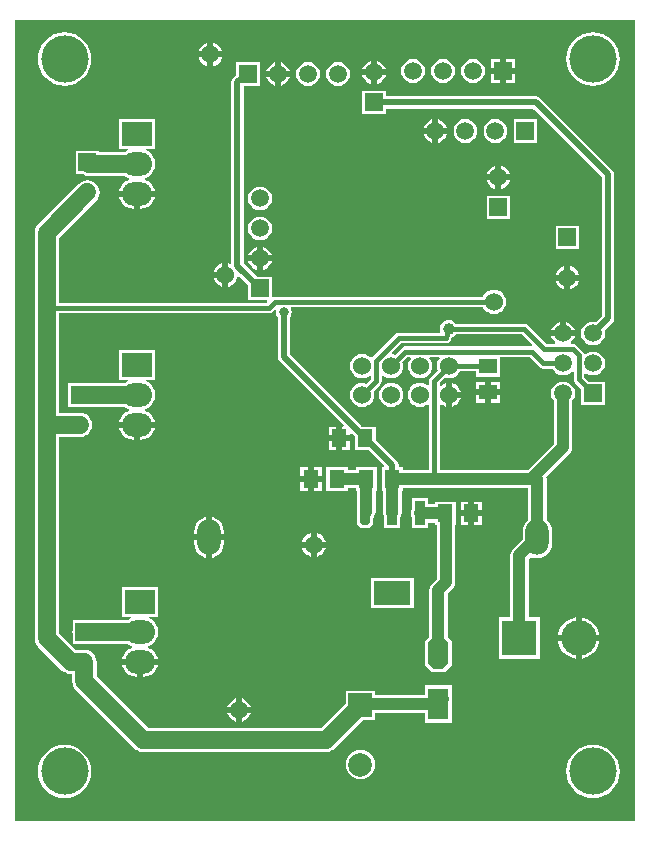
<source format=gbl>
%FSTAX24Y24*%
%MOIN*%
%SFA1B1*%

%IPPOS*%
%AMD35*
4,1,8,0.008200,0.040000,-0.008200,0.040000,-0.016500,0.031700,-0.016500,-0.031700,-0.008200,-0.040000,0.008200,-0.040000,0.016500,-0.031700,0.016500,0.031700,0.008200,0.040000,0.0*
%
%AMD38*
4,1,8,-0.034400,0.034900,-0.034400,-0.034900,-0.017200,-0.052200,0.017200,-0.052200,0.034400,-0.034900,0.034400,0.034900,0.017200,0.052200,-0.017200,0.052200,-0.034400,0.034900,0.0*
%
%ADD10R,0.059055X0.051181*%
%ADD14R,0.051181X0.059055*%
%ADD17C,0.015000*%
%ADD18C,0.020000*%
%ADD19C,0.040000*%
%ADD20C,0.060000*%
%ADD21R,0.059055X0.059055*%
%ADD22C,0.059055*%
%ADD23C,0.031496*%
%ADD24C,0.039370*%
%ADD25O,0.100000X0.078740*%
%ADD26R,0.100000X0.078740*%
%ADD27R,0.059055X0.059055*%
%ADD28O,0.078740X0.118110*%
%ADD29R,0.078740X0.078740*%
%ADD30C,0.078740*%
%ADD31C,0.118110*%
%ADD32R,0.118110X0.118110*%
%ADD33C,0.157480*%
%ADD34R,0.122000X0.080000*%
G04~CAMADD=35~4~0.0~0.0~330.0~800.0~0.0~82.5~0~0.0~0.0~0.0~0.0~0~0.0~0.0~0.0~0.0~0~0.0~0.0~0.0~0.0~330.0~800.0*
%ADD35D35*%
%ADD36R,0.033000X0.080000*%
%ADD37R,0.068898X0.104330*%
G04~CAMADD=38~4~0.0~0.0~1043.3~689.0~0.0~172.2~0~0.0~0.0~0.0~0.0~0~0.0~0.0~0.0~0.0~0~0.0~0.0~0.0~90.0~688.0~1044.0*
%ADD38D38*%
%ADD39C,0.060000*%
%LNpcb-1*%
%LPD*%
G36*
X04185Y01805D02*
X0212D01*
Y04475*
X04185*
Y01805*
G37*
%LNpcb-2*%
%LPC*%
G36*
X0278Y04399D02*
Y0437D01*
X02809*
X028089Y043704*
X028049Y043801*
X027985Y043885*
X027901Y043949*
X027804Y043989*
X0278Y04399*
G37*
G36*
X0276D02*
X027595Y043989D01*
X027498Y043949*
X027414Y043885*
X02735Y043801*
X02731Y043704*
X027309Y0437*
X0276*
Y04399*
G37*
G36*
X02809Y0435D02*
X0278D01*
Y043209*
X027804Y04321*
X027901Y04325*
X027985Y043314*
X028049Y043398*
X028089Y043495*
X02809Y0435*
G37*
G36*
X0276D02*
X027309D01*
X02731Y043495*
X02735Y043398*
X027414Y043314*
X027498Y04325*
X027595Y04321*
X0276Y043209*
Y0435*
G37*
G36*
X037845Y043445D02*
X03755D01*
Y04315*
X037845*
Y043445*
G37*
G36*
X03735D02*
X037054D01*
Y04315*
X03735*
Y043445*
G37*
G36*
X03325Y043385D02*
Y0431D01*
X033535*
X033535Y043103*
X033495Y043199*
X033431Y043281*
X033349Y043345*
X033253Y043385*
X03325Y043385*
G37*
G36*
X03305D02*
X033046Y043385D01*
X03295Y043345*
X032868Y043281*
X032804Y043199*
X032764Y043103*
X032764Y0431*
X03305*
Y043385*
G37*
G36*
X03005Y043335D02*
Y04305D01*
X030335*
X030335Y043053*
X030295Y043149*
X030231Y043231*
X030149Y043295*
X030053Y043335*
X03005Y043335*
G37*
G36*
X02985D02*
X029846Y043335D01*
X02975Y043295*
X029668Y043231*
X029604Y043149*
X029564Y043053*
X029564Y04305*
X02985*
Y043335*
G37*
G36*
X037845Y04295D02*
X03755D01*
Y042654*
X037845*
Y04295*
G37*
G36*
X03735D02*
X037054D01*
Y042654*
X03735*
Y04295*
G37*
G36*
X03645Y043448D02*
X036346Y043435D01*
X03625Y043395*
X036168Y043331*
X036104Y043249*
X036064Y043153*
X036051Y04305*
X036064Y042946*
X036104Y04285*
X036168Y042768*
X03625Y042704*
X036346Y042664*
X03645Y042651*
X036553Y042664*
X036649Y042704*
X036731Y042768*
X036795Y04285*
X036835Y042946*
X036848Y04305*
X036835Y043153*
X036795Y043249*
X036731Y043331*
X036649Y043395*
X036553Y043435*
X03645Y043448*
G37*
G36*
X03545D02*
X035346Y043435D01*
X03525Y043395*
X035168Y043331*
X035104Y043249*
X035064Y043153*
X035051Y04305*
X035064Y042946*
X035104Y04285*
X035168Y042768*
X03525Y042704*
X035346Y042664*
X03545Y042651*
X035553Y042664*
X035649Y042704*
X035731Y042768*
X035795Y04285*
X035835Y042946*
X035848Y04305*
X035835Y043153*
X035795Y043249*
X035731Y043331*
X035649Y043395*
X035553Y043435*
X03545Y043448*
G37*
G36*
X03445D02*
X034346Y043435D01*
X03425Y043395*
X034168Y043331*
X034104Y043249*
X034064Y043153*
X034051Y04305*
X034064Y042946*
X034104Y04285*
X034168Y042768*
X03425Y042704*
X034346Y042664*
X03445Y042651*
X034553Y042664*
X034649Y042704*
X034731Y042768*
X034795Y04285*
X034835Y042946*
X034848Y04305*
X034835Y043153*
X034795Y043249*
X034731Y043331*
X034649Y043395*
X034553Y043435*
X03445Y043448*
G37*
G36*
X033535Y0429D02*
X03325D01*
Y042614*
X033253Y042614*
X033349Y042654*
X033431Y042718*
X033495Y0428*
X033535Y042896*
X033535Y0429*
G37*
G36*
X03305D02*
X032764D01*
X032764Y042896*
X032804Y0428*
X032868Y042718*
X03295Y042654*
X033046Y042614*
X03305Y042614*
Y0429*
G37*
G36*
X030335Y04285D02*
X03005D01*
Y042564*
X030053Y042564*
X030149Y042604*
X030231Y042668*
X030295Y04275*
X030335Y042846*
X030335Y04285*
G37*
G36*
X02985D02*
X029564D01*
X029564Y042846*
X029604Y04275*
X029668Y042668*
X02975Y042604*
X029846Y042564*
X02985Y042564*
Y04285*
G37*
G36*
X04045Y044341D02*
X040276Y044324D01*
X040108Y044273*
X039954Y044191*
X039819Y04408*
X039708Y043945*
X039626Y043791*
X039575Y043623*
X039558Y04345*
X039575Y043276*
X039626Y043108*
X039708Y042954*
X039819Y042819*
X039954Y042708*
X040108Y042626*
X040276Y042575*
X04045Y042558*
X040623Y042575*
X040791Y042626*
X040945Y042708*
X04108Y042819*
X041191Y042954*
X041273Y043108*
X041324Y043276*
X041341Y04345*
X041324Y043623*
X041273Y043791*
X041191Y043945*
X04108Y04408*
X040945Y044191*
X040791Y044273*
X040623Y044324*
X04045Y044341*
G37*
G36*
X022834D02*
X02266Y044324D01*
X022493Y044273*
X022339Y044191*
X022204Y04408*
X022093Y043945*
X02201Y043791*
X02196Y043623*
X021942Y04345*
X02196Y043276*
X02201Y043108*
X022093Y042954*
X022204Y042819*
X022339Y042708*
X022493Y042626*
X02266Y042575*
X022834Y042558*
X023008Y042575*
X023175Y042626*
X02333Y042708*
X023465Y042819*
X023576Y042954*
X023658Y043108*
X023709Y043276*
X023726Y04345*
X023709Y043623*
X023658Y043791*
X023576Y043945*
X023465Y04408*
X02333Y044191*
X023175Y044273*
X023008Y044324*
X022834Y044341*
G37*
G36*
X03195Y043348D02*
X031846Y043335D01*
X03175Y043295*
X031668Y043231*
X031604Y043149*
X031564Y043053*
X031551Y04295*
X031564Y042846*
X031604Y04275*
X031668Y042668*
X03175Y042604*
X031846Y042564*
X03195Y042551*
X032053Y042564*
X032149Y042604*
X032231Y042668*
X032295Y04275*
X032335Y042846*
X032348Y04295*
X032335Y043053*
X032295Y043149*
X032231Y043231*
X032149Y043295*
X032053Y043335*
X03195Y043348*
G37*
G36*
X03095D02*
X030846Y043335D01*
X03075Y043295*
X030668Y043231*
X030604Y043149*
X030564Y043053*
X030551Y04295*
X030564Y042846*
X030604Y04275*
X030668Y042668*
X03075Y042604*
X030846Y042564*
X03095Y042551*
X031053Y042564*
X031149Y042604*
X031231Y042668*
X031295Y04275*
X031335Y042846*
X031348Y04295*
X031335Y043053*
X031295Y043149*
X031231Y043231*
X031149Y043295*
X031053Y043335*
X03095Y043348*
G37*
G36*
X0353Y041435D02*
Y04115D01*
X035585*
X035585Y041153*
X035545Y041249*
X035481Y041331*
X035399Y041395*
X035303Y041435*
X0353Y041435*
G37*
G36*
X0351D02*
X035096Y041435D01*
X035Y041395*
X034918Y041331*
X034854Y041249*
X034814Y041153*
X034814Y04115*
X0351*
Y041435*
G37*
G36*
X035585Y04095D02*
X0353D01*
Y040664*
X035303Y040664*
X035399Y040704*
X035481Y040768*
X035545Y04085*
X035585Y040946*
X035585Y04095*
G37*
G36*
X0351D02*
X034814D01*
X034814Y040946*
X034854Y04085*
X034918Y040768*
X035Y040704*
X035096Y040664*
X0351Y040664*
Y04095*
G37*
G36*
X038595Y041445D02*
X037804D01*
Y040654*
X038595*
Y041445*
G37*
G36*
X0372Y041448D02*
X037096Y041435D01*
X037Y041395*
X036918Y041331*
X036854Y041249*
X036814Y041153*
X036801Y04105*
X036814Y040946*
X036854Y04085*
X036918Y040768*
X037Y040704*
X037096Y040664*
X0372Y040651*
X037303Y040664*
X037399Y040704*
X037481Y040768*
X037545Y04085*
X037585Y040946*
X037598Y04105*
X037585Y041153*
X037545Y041249*
X037481Y041331*
X037399Y041395*
X037303Y041435*
X0372Y041448*
G37*
G36*
X0362D02*
X036096Y041435D01*
X036Y041395*
X035918Y041331*
X035854Y041249*
X035814Y041153*
X035801Y04105*
X035814Y040946*
X035854Y04085*
X035918Y040768*
X036Y040704*
X036096Y040664*
X0362Y040651*
X036303Y040664*
X036399Y040704*
X036481Y040768*
X036545Y04085*
X036585Y040946*
X036598Y04105*
X036585Y041153*
X036545Y041249*
X036481Y041331*
X036399Y041395*
X036303Y041435*
X0362Y041448*
G37*
G36*
X02585Y041443D02*
X02465D01*
Y040456*
X024945*
X024955Y040406*
X024894Y040381*
X024858Y040353*
X023995*
Y040395*
X023204*
Y039604*
X023442*
X023448Y0396*
X023545Y03956*
X02365Y039546*
X024858*
X024894Y039518*
X024995Y039477*
Y039422*
X024894Y039381*
X024791Y039302*
X024712Y039198*
X024662Y039078*
X024658Y03905*
X02525*
X025841*
X025837Y039078*
X025787Y039198*
X025708Y039302*
X025605Y039381*
X025504Y039422*
Y039477*
X025605Y039518*
X025708Y039597*
X025787Y039701*
X025837Y039821*
X025854Y03995*
X025837Y040078*
X025787Y040198*
X025708Y040302*
X025605Y040381*
X025544Y040406*
X025554Y040456*
X02585*
Y041443*
G37*
G36*
X0374Y039885D02*
Y0396D01*
X037685*
X037685Y039603*
X037645Y039699*
X037581Y039781*
X037499Y039845*
X037403Y039885*
X0374Y039885*
G37*
G36*
X0372D02*
X037196Y039885D01*
X0371Y039845*
X037018Y039781*
X036954Y039699*
X036914Y039603*
X036914Y0396*
X0372*
Y039885*
G37*
G36*
X037685Y0394D02*
X0374D01*
Y039114*
X037403Y039114*
X037499Y039154*
X037581Y039218*
X037645Y0393*
X037685Y039396*
X037685Y0394*
G37*
G36*
X0372D02*
X036914D01*
X036914Y039396*
X036954Y0393*
X037018Y039218*
X0371Y039154*
X037196Y039114*
X0372Y039114*
Y0394*
G37*
G36*
X025841Y03885D02*
X02535D01*
Y038452*
X025356*
X025485Y038469*
X025605Y038518*
X025708Y038597*
X025787Y038701*
X025837Y038821*
X025841Y03885*
G37*
G36*
X02515D02*
X024658D01*
X024662Y038821*
X024712Y038701*
X024791Y038597*
X024894Y038518*
X025014Y038469*
X025143Y038452*
X02515*
Y03885*
G37*
G36*
X02935Y039198D02*
X029246Y039185D01*
X02915Y039145*
X029068Y039081*
X029004Y038999*
X028964Y038903*
X028951Y0388*
X028964Y038696*
X029004Y0386*
X029068Y038518*
X02915Y038454*
X029246Y038414*
X02935Y038401*
X029453Y038414*
X029549Y038454*
X029631Y038518*
X029695Y0386*
X029735Y038696*
X029748Y0388*
X029735Y038903*
X029695Y038999*
X029631Y039081*
X029549Y039145*
X029453Y039185*
X02935Y039198*
G37*
G36*
X037695Y038895D02*
X036904D01*
Y038104*
X037695*
Y038895*
G37*
G36*
X02935Y038198D02*
X029246Y038185D01*
X02915Y038145*
X029068Y038081*
X029004Y037999*
X028964Y037903*
X028951Y0378*
X028964Y037696*
X029004Y0376*
X029068Y037518*
X02915Y037454*
X029246Y037414*
X02935Y037401*
X029453Y037414*
X029549Y037454*
X029631Y037518*
X029695Y0376*
X029735Y037696*
X029748Y0378*
X029735Y037903*
X029695Y037999*
X029631Y038081*
X029549Y038145*
X029453Y038185*
X02935Y038198*
G37*
G36*
X039995Y037895D02*
X039204D01*
Y037104*
X039995*
Y037895*
G37*
G36*
X02945Y037185D02*
Y0369D01*
X029735*
X029735Y036903*
X029695Y036999*
X029631Y037081*
X029549Y037145*
X029453Y037185*
X02945Y037185*
G37*
G36*
X02925D02*
X029246Y037185D01*
X02915Y037145*
X029068Y037081*
X029004Y036999*
X028964Y036903*
X028964Y0369*
X02925*
Y037185*
G37*
G36*
X029345Y043345D02*
X028554D01*
Y042913*
X028455Y042814*
X028411Y042748*
X028396Y04267*
Y036646*
X028354Y036618*
X028304Y036639*
X0283Y03664*
Y03625*
Y035859*
X028304Y03586*
X028401Y0359*
X028485Y035964*
X028549Y036048*
X028589Y036145*
X028596Y036194*
X028648Y036212*
X028954Y035906*
Y035404*
X029574*
X029594Y035357*
X02957Y035328*
X022653*
Y037482*
X023885Y038714*
X023949Y038798*
X023989Y038895*
X024003Y039*
X023989Y039104*
X023949Y039201*
X023885Y039285*
X023801Y039349*
X023704Y039389*
X0236Y039403*
X023495Y039389*
X023398Y039349*
X023314Y039285*
X021964Y037935*
X0219Y037851*
X02186Y037754*
X021846Y03765*
Y02415*
X02186Y024045*
X0219Y023948*
X021964Y023864*
X022764Y023064*
X022848Y023*
X022945Y02296*
X02305Y022946*
X023096Y022941*
Y0227*
X02311Y022595*
X02315Y022498*
X023214Y022414*
X025164Y020464*
X025248Y0204*
X025345Y02036*
X02545Y020346*
X03155*
X031654Y02036*
X031751Y0204*
X031835Y020464*
X032776Y021406*
X033193*
Y021647*
X034855*
Y021328*
X035744*
Y022038*
X035752Y0221*
X035744Y022161*
Y022571*
X034855*
Y022252*
X033193*
Y022393*
X032206*
Y021976*
X031382Y021153*
X025617*
X023903Y022867*
Y02335*
X023889Y023454*
X023849Y023551*
X023785Y023635*
X023701Y023699*
X023604Y023739*
X0235Y023753*
X023217*
X022653Y024317*
Y030846*
X02335*
X023454Y03086*
X023551Y0309*
X023635Y030964*
X023699Y031048*
X023739Y031145*
X023753Y03125*
X023739Y031354*
X023699Y031451*
X023635Y031535*
X023551Y031599*
X023454Y031639*
X02335Y031653*
X022653*
Y034971*
X02965*
X029718Y034985*
X029776Y035023*
X029863Y03511*
X029905Y035082*
X029899Y035067*
X02989Y035*
X029899Y034932*
X029925Y03487*
X029946Y034842*
Y033516*
X029961Y033438*
X030005Y033371*
X032136Y031241*
X032117Y031195*
X0321*
Y0309*
X032355*
Y030956*
X032402Y030975*
X03251Y030867*
Y030404*
X032973*
X033486Y029891*
X033467Y029845*
X03341*
Y029054*
X033463*
Y028306*
X033473Y028227*
X033495Y028176*
Y0278*
X034025*
Y02815*
X034028Y028154*
X034058Y028227*
X034068Y028306*
Y029054*
X034122*
Y029147*
X038297*
Y028086*
X038247Y028048*
X038168Y027945*
X038119Y027825*
X038102Y027696*
Y027429*
X037786Y027113*
X037737Y027051*
X037707Y026978*
X037697Y0269*
Y02484*
X037309*
Y023459*
X03869*
Y02484*
X038302*
Y026774*
X038385Y026857*
X038471Y026822*
X0386Y026805*
X038728Y026822*
X038848Y026871*
X038952Y026951*
X039031Y027054*
X03908Y027174*
X039097Y027303*
Y027696*
X03908Y027825*
X039031Y027945*
X038952Y028048*
X038902Y028086*
Y02945*
X038893Y029515*
X039663Y030286*
X039712Y030348*
X039742Y030421*
X039752Y0305*
Y032045*
X039795Y0321*
X039835Y032196*
X039848Y0323*
X039835Y032403*
X039795Y032499*
X039731Y032581*
X039649Y032645*
X039553Y032685*
X03945Y032698*
X039346Y032685*
X03925Y032645*
X039168Y032581*
X039104Y032499*
X039064Y032403*
X039051Y0323*
X039064Y032196*
X039104Y0321*
X039147Y032045*
Y030625*
X038274Y029752*
X035338*
Y031921*
X035388Y031946*
X035448Y0319*
X035545Y03186*
X03555Y031859*
Y03225*
Y03264*
X035545Y032639*
X035448Y032599*
X035388Y032553*
X035338Y032578*
Y032651*
X035522Y032834*
X035545Y032824*
X03565Y032811*
X035754Y032824*
X035851Y032865*
X035935Y032929*
X035999Y033012*
X036009Y033036*
X036554*
Y032844*
X037345*
Y033511*
X038336*
X038673Y033173*
X038731Y033135*
X0388Y033121*
X039096*
X039104Y0331*
X039168Y033018*
X03925Y032954*
X039346Y032914*
X03945Y032901*
X039553Y032914*
X039649Y032954*
X039731Y033018*
X039751Y033043*
X039801Y033026*
Y03277*
X039814Y032702*
X039853Y032644*
X040054Y032442*
Y031904*
X040845*
Y032695*
X040307*
X040158Y032844*
Y032962*
X040208Y032987*
X04025Y032954*
X040346Y032914*
X04045Y032901*
X040553Y032914*
X040649Y032954*
X040731Y033018*
X040795Y0331*
X040835Y033196*
X040848Y0333*
X040835Y033403*
X040795Y033499*
X040731Y033581*
X040649Y033645*
X040553Y033685*
X04045Y033698*
X040346Y033685*
X04025Y033645*
X040201Y033607*
X040146Y033628*
X040144Y033638*
X040105Y033696*
X039905Y033896*
X039847Y033935*
X039779Y033948*
X039723*
X039706Y033998*
X039731Y034018*
X039795Y0341*
X039835Y034196*
X039835Y0342*
X03945*
X039064*
X039064Y034196*
X039104Y0341*
X039168Y034018*
X039193Y033998*
X039176Y033948*
X038903*
X038276Y034576*
X038218Y034614*
X03815Y034628*
X035887*
X035861Y034661*
X035799Y034709*
X035727Y034739*
X03565Y034749*
X035572Y034739*
X0355Y034709*
X035438Y034661*
X03539Y034599*
X03536Y034527*
X03535Y03445*
X03536Y034378*
X035355Y03436*
X035334Y034328*
X033984*
X033984*
X033916Y034314*
X033858Y034276*
X033105Y033522*
X03309Y033501*
X033074Y0335*
X033033Y033505*
X032958Y033563*
X03286Y033604*
X032756Y033618*
X032651Y033604*
X032554Y033563*
X032471Y033499*
X032406Y033416*
X032366Y033318*
X032352Y033214*
X032366Y03311*
X032406Y033012*
X032471Y032929*
X032554Y032865*
X032651Y032824*
X032756Y032811*
X03286Y032824*
X032958Y032865*
X033002Y032899*
X033052Y032874*
Y032798*
X032884Y03263*
X03286Y032639*
X032756Y032653*
X032651Y032639*
X032554Y032599*
X032471Y032535*
X032406Y032451*
X032366Y032354*
X032352Y03225*
X032366Y032145*
X032406Y032048*
X032471Y031964*
X032554Y0319*
X032651Y03186*
X032756Y031846*
X03286Y03186*
X032958Y0319*
X033041Y031964*
X033105Y032048*
X033145Y032145*
X033159Y03225*
X033145Y032354*
X033136Y032377*
X033357Y032598*
X033396Y032656*
X033409Y032725*
Y032886*
X033459Y03291*
X033519Y032865*
X033616Y032824*
X03372Y032811*
X033825Y032824*
X033922Y032865*
X034006Y032929*
X03407Y033012*
X03411Y03311*
X034124Y033214*
X03411Y033318*
X0341Y033342*
X034269Y033511*
X034345*
X03437Y033461*
X034336Y033416*
X034295Y033318*
X034281Y033214*
X034295Y03311*
X034336Y033012*
X0344Y032929*
X034483Y032865*
X034581Y032824*
X034685Y032811*
X034789Y032824*
X034887Y032865*
X03497Y032929*
X035034Y033012*
X035075Y03311*
X035088Y033214*
X035075Y033318*
X035034Y033416*
X035Y033461*
X035025Y033511*
X03531*
X035335Y033461*
X0353Y033416*
X03526Y033318*
X035246Y033214*
X03526Y03311*
X035269Y033086*
X035034Y032851*
X034995Y032793*
X034982Y032725*
Y032589*
X034932Y032565*
X034887Y032599*
X034789Y032639*
X034685Y032653*
X034581Y032639*
X034483Y032599*
X0344Y032535*
X034336Y032451*
X034295Y032354*
X034281Y03225*
X034295Y032145*
X034336Y032048*
X0344Y031964*
X034483Y0319*
X034581Y03186*
X034685Y031846*
X034789Y03186*
X034887Y0319*
X034932Y031935*
X034982Y03191*
Y029752*
X034122*
Y029845*
X03397*
Y0299*
X033954Y029978*
X03391Y030044*
X033222Y030732*
Y031195*
X032759*
X030353Y0336*
Y034842*
X030374Y03487*
X0304Y034932*
X030409Y035*
X0304Y035067*
X030378Y035121*
X030398Y035171*
X03679*
X0368Y035148*
X036864Y035064*
X036948Y035*
X037045Y03496*
X03715Y034946*
X037254Y03496*
X037351Y035*
X037435Y035064*
X037499Y035148*
X037539Y035245*
X037553Y03535*
X037539Y035454*
X037499Y035551*
X037435Y035635*
X037351Y035699*
X037254Y035739*
X03715Y035753*
X037045Y035739*
X036948Y035699*
X036864Y035635*
X0368Y035551*
X03679Y035528*
X02985*
X029795Y035517*
X029756Y035539*
X029745Y03555*
Y036195*
X029243*
X028803Y036634*
Y042554*
X029345*
Y043345*
G37*
G36*
X029735Y0367D02*
X02945D01*
Y036414*
X029453Y036414*
X029549Y036454*
X029631Y036518*
X029695Y0366*
X029735Y036696*
X029735Y0367*
G37*
G36*
X02925D02*
X028964D01*
X028964Y036696*
X029004Y0366*
X029068Y036518*
X02915Y036454*
X029246Y036414*
X02925Y036414*
Y0367*
G37*
G36*
X0281Y03664D02*
X028095Y036639D01*
X027998Y036599*
X027914Y036535*
X02785Y036451*
X02781Y036354*
X027809Y03635*
X0281*
Y03664*
G37*
G36*
X0397Y036546D02*
Y036261D01*
X039985*
X039985Y036264*
X039945Y03636*
X039881Y036443*
X039799Y036506*
X039703Y036546*
X0397Y036546*
G37*
G36*
X0395D02*
X039496Y036546D01*
X0394Y036506*
X039318Y036443*
X039254Y03636*
X039214Y036264*
X039214Y036261*
X0395*
Y036546*
G37*
G36*
X0281Y03615D02*
X027809D01*
X02781Y036145*
X02785Y036048*
X027914Y035964*
X027998Y0359*
X028095Y03586*
X0281Y035859*
Y03615*
G37*
G36*
X039985Y036061D02*
X0397D01*
Y035775*
X039703Y035776*
X039799Y035816*
X039881Y035879*
X039945Y035962*
X039985Y036058*
X039985Y036061*
G37*
G36*
X0395D02*
X039214D01*
X039214Y036058*
X039254Y035962*
X039318Y035879*
X0394Y035816*
X039496Y035776*
X0395Y035775*
Y036061*
G37*
G36*
X033545Y042395D02*
X032754D01*
Y041604*
X033545*
Y041796*
X038465*
X040746Y039515*
Y034884*
X040547Y034685*
X04045Y034698*
X040346Y034685*
X04025Y034645*
X040168Y034581*
X040104Y034499*
X040064Y034403*
X040051Y0343*
X040064Y034196*
X040104Y0341*
X040168Y034018*
X04025Y033954*
X040346Y033914*
X04045Y033901*
X040553Y033914*
X040649Y033954*
X040731Y034018*
X040795Y0341*
X040835Y034196*
X040848Y0343*
X040835Y034397*
X041094Y034655*
X041138Y034721*
X041153Y0348*
Y0396*
X041138Y039678*
X041094Y039744*
X038694Y042144*
X038628Y042188*
X03855Y042203*
X033545*
Y042395*
G37*
G36*
X03955Y034685D02*
Y0344D01*
X039835*
X039835Y034403*
X039795Y034499*
X039731Y034581*
X039649Y034645*
X039553Y034685*
X03955Y034685*
G37*
G36*
X03935D02*
X039346Y034685D01*
X03925Y034645*
X039168Y034581*
X039104Y034499*
X039064Y034403*
X039064Y0344*
X03935*
Y034685*
G37*
G36*
X037345Y032689D02*
X03705D01*
Y032433*
X037345*
Y032689*
G37*
G36*
X03685D02*
X036554D01*
Y032433*
X03685*
Y032689*
G37*
G36*
X03575Y03264D02*
Y03235D01*
X03604*
X036039Y032354*
X035999Y032451*
X035935Y032535*
X035851Y032599*
X035754Y032639*
X03575Y03264*
G37*
G36*
X037345Y032233D02*
X03705D01*
Y031977*
X037345*
Y032233*
G37*
G36*
X03685D02*
X036554D01*
Y031977*
X03685*
Y032233*
G37*
G36*
X03604Y03215D02*
X03575D01*
Y031859*
X035754Y03186*
X035851Y0319*
X035935Y031964*
X035999Y032048*
X036039Y032145*
X03604Y03215*
G37*
G36*
X03372Y032653D02*
X033616Y032639D01*
X033519Y032599*
X033435Y032535*
X033371Y032451*
X033331Y032354*
X033317Y03225*
X033331Y032145*
X033371Y032048*
X033435Y031964*
X033519Y0319*
X033616Y03186*
X03372Y031846*
X033825Y03186*
X033922Y0319*
X034006Y031964*
X03407Y032048*
X03411Y032145*
X034124Y03225*
X03411Y032354*
X03407Y032451*
X034006Y032535*
X033922Y032599*
X033825Y032639*
X03372Y032653*
G37*
G36*
X02585Y033743D02*
X02465D01*
Y032756*
X024945*
X024955Y032706*
X024894Y032681*
X024858Y032653*
X02335*
X023287Y032645*
X022954*
Y032312*
X022946Y03225*
X022954Y032187*
Y031854*
X023287*
X02335Y031846*
X024858*
X024894Y031818*
X024995Y031777*
Y031722*
X024894Y031681*
X024791Y031602*
X024712Y031498*
X024662Y031378*
X024658Y03135*
X02525*
X025841*
X025837Y031378*
X025787Y031498*
X025708Y031602*
X025605Y031681*
X025504Y031722*
Y031777*
X025605Y031818*
X025708Y031897*
X025787Y032001*
X025837Y032121*
X025854Y03225*
X025837Y032378*
X025787Y032498*
X025708Y032602*
X025605Y032681*
X025544Y032706*
X025554Y032756*
X02585*
Y033743*
G37*
G36*
X0319Y031195D02*
X031644D01*
Y0309*
X0319*
Y031195*
G37*
G36*
X025841Y03115D02*
X02535D01*
Y030752*
X025356*
X025485Y030769*
X025605Y030818*
X025708Y030897*
X025787Y031001*
X025837Y031121*
X025841Y03115*
G37*
G36*
X02515D02*
X024658D01*
X024662Y031121*
X024712Y031001*
X024791Y030897*
X024894Y030818*
X025014Y030769*
X025143Y030752*
X02515*
Y03115*
G37*
G36*
X032355Y0307D02*
X0321D01*
Y030404*
X032355*
Y0307*
G37*
G36*
X0319D02*
X031644D01*
Y030404*
X0319*
Y0307*
G37*
G36*
X033255Y029845D02*
X032544D01*
Y029752*
X032272*
Y029845*
X03156*
Y029054*
X032272*
Y029147*
X032544*
Y029054*
X032597*
Y028679*
X032585Y028667*
Y027932*
X032717Y0278*
X032982*
X033115Y027932*
Y028137*
X033162Y028198*
X033192Y028271*
X033202Y02835*
Y029054*
X033255*
Y029845*
G37*
G36*
X031405D02*
X03115D01*
Y02955*
X031405*
Y029845*
G37*
G36*
X03095D02*
X030694D01*
Y02955*
X03095*
Y029845*
G37*
G36*
X031405Y02935D02*
X03115D01*
Y029054*
X031405*
Y02935*
G37*
G36*
X03095D02*
X030694D01*
Y029054*
X03095*
Y02935*
G37*
G36*
X036755Y028695D02*
X0365D01*
Y0284*
X036755*
Y028695*
G37*
G36*
X0363D02*
X036044D01*
Y0284*
X0363*
Y028695*
G37*
G36*
X036755Y0282D02*
X0365D01*
Y027904*
X036755*
Y0282*
G37*
G36*
X0363D02*
X036044D01*
Y027904*
X0363*
Y0282*
G37*
G36*
X02775Y028181D02*
Y0276D01*
X028147*
Y027696*
X02813Y027825*
X028081Y027945*
X028002Y028048*
X027898Y028128*
X027778Y028177*
X02775Y028181*
G37*
G36*
X02755D02*
X027521Y028177D01*
X027401Y028128*
X027297Y028048*
X027218Y027945*
X027169Y027825*
X027152Y027696*
Y0276*
X02755*
Y028181*
G37*
G36*
X03125Y02764D02*
Y02735D01*
X03154*
X031539Y027354*
X031499Y027451*
X031435Y027535*
X031351Y027599*
X031254Y027639*
X03125Y02764*
G37*
G36*
X03105D02*
X031045Y027639D01*
X030948Y027599*
X030864Y027535*
X0308Y027451*
X03076Y027354*
X030759Y02735*
X03105*
Y02764*
G37*
G36*
X03154Y02715D02*
X03125D01*
Y026859*
X031254Y02686*
X031351Y0269*
X031435Y026964*
X031499Y027048*
X031539Y027145*
X03154Y02715*
G37*
G36*
X03105D02*
X030759D01*
X03076Y027145*
X0308Y027048*
X030864Y026964*
X030948Y0269*
X031045Y02686*
X03105Y026859*
Y02715*
G37*
G36*
X028147Y0274D02*
X02775D01*
Y026818*
X027778Y026822*
X027898Y026871*
X028002Y026951*
X028081Y027054*
X02813Y027174*
X028147Y027303*
Y0274*
G37*
G36*
X02755D02*
X027152D01*
Y027303*
X027169Y027174*
X027218Y027054*
X027297Y026951*
X027401Y026871*
X027521Y026822*
X02755Y026818*
Y0274*
G37*
G36*
X03447Y026153D02*
X03305D01*
Y025153*
X03447*
Y026153*
G37*
G36*
X040068Y024834D02*
Y02425D01*
X040652*
X040649Y024285*
X040609Y024415*
X040545Y024535*
X040459Y02464*
X040354Y024726*
X040234Y024791*
X040103Y02483*
X040068Y024834*
G37*
G36*
X039868D02*
X039833Y02483D01*
X039702Y024791*
X039582Y024726*
X039477Y02464*
X039391Y024535*
X039327Y024415*
X039287Y024285*
X039284Y02425*
X039868*
Y024834*
G37*
G36*
X040652Y02405D02*
X040068D01*
Y023465*
X040103Y023469*
X040234Y023508*
X040354Y023573*
X040459Y023659*
X040545Y023764*
X040609Y023884*
X040649Y024014*
X040652Y02405*
G37*
G36*
X039868D02*
X039284D01*
X039287Y024014*
X039327Y023884*
X039391Y023764*
X039477Y023659*
X039582Y023573*
X039702Y023508*
X039833Y023469*
X039868Y023465*
Y02405*
G37*
G36*
X02595Y025843D02*
X02475D01*
Y024856*
X025045*
X025055Y024806*
X024994Y024781*
X024958Y024753*
X0235*
X023437Y024745*
X023104*
Y024412*
X023096Y02435*
X023104Y024287*
Y023954*
X023437*
X0235Y023946*
X024958*
X024994Y023918*
X025095Y023877*
Y023822*
X024994Y023781*
X024891Y023702*
X024812Y023598*
X024762Y023478*
X024758Y02345*
X02535*
Y02335*
Y02345*
X025941*
X025937Y023478*
X025887Y023598*
X025808Y023702*
X025705Y023781*
X025604Y023822*
Y023877*
X025705Y023918*
X025808Y023997*
X025887Y024101*
X025937Y024221*
X025954Y02435*
X025937Y024478*
X025887Y024598*
X025808Y024702*
X025705Y024781*
X025644Y024806*
X025654Y024856*
X02595*
Y025843*
G37*
G36*
X034935Y0288D02*
X034405D01*
Y028444*
X034377Y028378*
X034367Y0283*
X034377Y028221*
X034405Y028155*
Y0278*
X034935*
Y027997*
X035177*
Y027904*
X035247*
Y026125*
X035086Y025963*
X035037Y025901*
X035007Y025828*
X034997Y02575*
Y024184*
X034855Y024042*
Y023243*
X035077Y023021*
X035522*
X035744Y023243*
Y024042*
X035602Y024184*
Y025624*
X035763Y025786*
X035812Y025848*
X035842Y025921*
X035852Y026*
Y027904*
X035889*
Y028695*
X035177*
Y028602*
X034935*
Y0288*
G37*
G36*
X025941Y02325D02*
X02545D01*
Y022852*
X025456*
X025585Y022869*
X025705Y022918*
X025808Y022997*
X025887Y023101*
X025937Y023221*
X025941Y02325*
G37*
G36*
X02525D02*
X024758D01*
X024762Y023221*
X024812Y023101*
X024891Y022997*
X024994Y022918*
X025114Y022869*
X025243Y022852*
X02525*
Y02325*
G37*
G36*
X02875Y022135D02*
Y02185D01*
X029035*
X029035Y021853*
X028995Y021949*
X028931Y022031*
X028849Y022095*
X028753Y022135*
X02875Y022135*
G37*
G36*
X02855D02*
X028546Y022135D01*
X02845Y022095*
X028368Y022031*
X028304Y021949*
X028264Y021853*
X028264Y02185*
X02855*
Y022135*
G37*
G36*
X029035Y02165D02*
X02875D01*
Y021364*
X028753Y021364*
X028849Y021404*
X028931Y021468*
X028995Y02155*
X029035Y021646*
X029035Y02165*
G37*
G36*
X02855D02*
X028264D01*
X028264Y021646*
X028304Y02155*
X028368Y021468*
X02845Y021404*
X028546Y021364*
X02855Y021364*
Y02165*
G37*
G36*
X0327Y020429D02*
X032571Y020412D01*
X032451Y020362*
X032347Y020283*
X032268Y02018*
X032219Y02006*
X032202Y019931*
X032219Y019802*
X032268Y019682*
X032347Y019579*
X032451Y0195*
X032571Y01945*
X0327Y019433*
X032828Y01945*
X032948Y0195*
X033052Y019579*
X033131Y019682*
X03318Y019802*
X033197Y019931*
X03318Y02006*
X033131Y02018*
X033052Y020283*
X032948Y020362*
X032828Y020412*
X0327Y020429*
G37*
G36*
X04045Y020591D02*
X040276Y020574D01*
X040108Y020523*
X039954Y020441*
X039819Y02033*
X039708Y020195*
X039626Y020041*
X039575Y019873*
X039558Y0197*
X039575Y019526*
X039626Y019358*
X039708Y019204*
X039819Y019069*
X039954Y018958*
X040108Y018876*
X040276Y018825*
X04045Y018808*
X040623Y018825*
X040791Y018876*
X040945Y018958*
X04108Y019069*
X041191Y019204*
X041273Y019358*
X041324Y019526*
X041341Y0197*
X041324Y019873*
X041273Y020041*
X041191Y020195*
X04108Y02033*
X040945Y020441*
X040791Y020523*
X040623Y020574*
X04045Y020591*
G37*
G36*
X022834D02*
X02266Y020574D01*
X022493Y020523*
X022339Y020441*
X022204Y02033*
X022093Y020195*
X02201Y020041*
X02196Y019873*
X021942Y0197*
X02196Y019526*
X02201Y019358*
X022093Y019204*
X022204Y019069*
X022339Y018958*
X022493Y018876*
X02266Y018825*
X022834Y018808*
X023008Y018825*
X023175Y018876*
X02333Y018958*
X023465Y019069*
X023576Y019204*
X023658Y019358*
X023709Y019526*
X023726Y0197*
X023709Y019873*
X023658Y020041*
X023576Y020195*
X023465Y02033*
X02333Y020441*
X023175Y020523*
X023008Y020574*
X022834Y020591*
G37*
%LNpcb-3*%
%LPD*%
G36*
X038433Y033914D02*
X038412Y033871D01*
X038408Y033867*
X034195*
X034127Y033854*
X034069Y033815*
X033848Y033594*
X033825Y033604*
X033769Y033611*
X033751Y033664*
X034058Y033971*
X03555*
X035556Y033972*
X035562Y033972*
X03559Y033979*
X035618Y033985*
X035623Y033988*
X035629Y03399*
X035652Y034007*
X035676Y034023*
X035679Y034029*
X035684Y034033*
X035698Y034057*
X035714Y034081*
X035716Y034087*
X035719Y034093*
X035743Y034167*
X035799Y03419*
X035861Y034238*
X035887Y034271*
X038076*
X038433Y033914*
G37*
G54D10*
X03695Y0332D03*
Y032333D03*
G54D14*
X033766Y02945D03*
X0329D03*
X031916D03*
X03105D03*
X0364Y0283D03*
X035533D03*
X032Y0308D03*
X032866D03*
G54D17*
X03372Y033214D02*
X034195Y033689D01*
X039779Y03377D02*
X039979Y03357D01*
Y03277D02*
Y03357D01*
Y03277D02*
X04045Y0323D01*
X033231Y033396D02*
X033984Y03415D01*
X033231Y032725D02*
Y033396D01*
X03565Y033214D02*
X03695D01*
X03376Y0283D02*
X033766Y028306D01*
X032756Y03225D02*
X033231Y032725D01*
X03516D02*
X03565Y033214D01*
X03516Y02945D02*
Y032725D01*
X033984Y03415D02*
X03555D01*
X03565Y03445*
X03815*
X038829Y03377*
X039779*
X034195Y033689D02*
X03841D01*
X0388Y0333*
X03945*
X0222Y03515D02*
X02965D01*
X02985Y03535*
X03715*
G54D18*
X03015Y033516D02*
Y035D01*
Y033516D02*
X032866Y0308D01*
X033766Y02945D02*
Y0299D01*
X032866Y0308D02*
X033766Y0299D01*
X03315Y042D02*
X03855D01*
X0286Y03655D02*
X02935Y0358D01*
X0286Y03655D02*
Y04267D01*
X028879Y04295*
X04045Y0343D02*
X04095Y0348D01*
Y0396*
X03855Y042D02*
X04095Y0396D01*
G54D19*
X03467Y0283D02*
X035533D01*
X033766Y028306D02*
Y02945D01*
X031916D02*
X0329D01*
Y02835D02*
Y02945D01*
X038Y02415D02*
Y0269D01*
X0386Y0275*
X033766Y02945D02*
X03516D01*
X03945Y0305D02*
Y0323D01*
X0386Y0275D02*
Y02945D01*
X0384D02*
X03945Y0305D01*
X03516Y02945D02*
X0384D01*
X0353Y02195D02*
X03545Y0221D01*
X03275Y02195D02*
X0353D01*
X03555Y026D02*
Y028283D01*
X0353Y023642D02*
Y02575D01*
X03555Y026*
G54D20*
X0277Y0436D03*
X0282Y03625D03*
X03115Y02725D03*
X032756Y03225D03*
X03372D03*
X034685D03*
X03565D03*
X032756Y033214D03*
X03372D03*
X034685D03*
X03565D03*
X03715Y03535D03*
G54D21*
X02865Y02075D03*
X0235Y02435D03*
X02335Y03225D03*
X0236Y04D03*
X0396Y0375D03*
X0373Y0385D03*
X02935Y0358D03*
X03315Y042D03*
X04045Y0323D03*
G54D22*
X02865Y02175D03*
X0235Y02335D03*
X0352Y04105D03*
X0362D03*
X0372D03*
X02335Y03125D03*
X0236Y039D03*
X0396Y036161D03*
X0373Y0395D03*
X03445Y04305D03*
X03545D03*
X03645D03*
X02935Y0368D03*
Y0378D03*
Y0388D03*
X03315Y043D03*
X03945Y0323D03*
X04045Y0343D03*
X03945Y0333D03*
X04045D03*
X03945Y0343D03*
X03195Y04295D03*
X03095D03*
X02995D03*
G54D23*
X03015Y035D03*
G54D24*
X03565Y03445D03*
G54D25*
X02535Y02335D03*
Y02435D03*
X02525Y03895D03*
Y03995D03*
Y03125D03*
Y03225D03*
G54D26*
X02535Y02535D03*
X02525Y04095D03*
Y03325D03*
G54D27*
X0382Y04105D03*
X03745Y04305D03*
X02895Y04295D03*
G54D28*
X02765Y0275D03*
X0386D03*
G54D29*
X0327Y0219D03*
G54D30*
X0327Y019931D03*
G54D31*
X039968Y02415D03*
G54D32*
X038Y02415D03*
G54D33*
X04045Y04345D03*
Y0197D03*
X022834D03*
Y04345D03*
G54D34*
X03376Y025653D03*
G54D35*
X03285Y0283D03*
G54D36*
X03376Y0283D03*
X03467D03*
G54D37*
X0353Y02195D03*
G54D38*
X0353Y023642D03*
G54D39*
X0235Y02435D02*
X02535D01*
X02335Y03225D02*
X02525D01*
X02365Y03995D02*
X02525D01*
X0223Y03125D02*
X02335D01*
X02305Y02335D02*
X0235D01*
Y0227D02*
Y02335D01*
Y0227D02*
X02545Y02075D01*
X02865*
X02225Y02415D02*
Y03765D01*
X0236Y039*
X02225Y02415D02*
X02305Y02335D01*
X02865Y02075D02*
X03155D01*
X03275Y02195*
M02*
</source>
